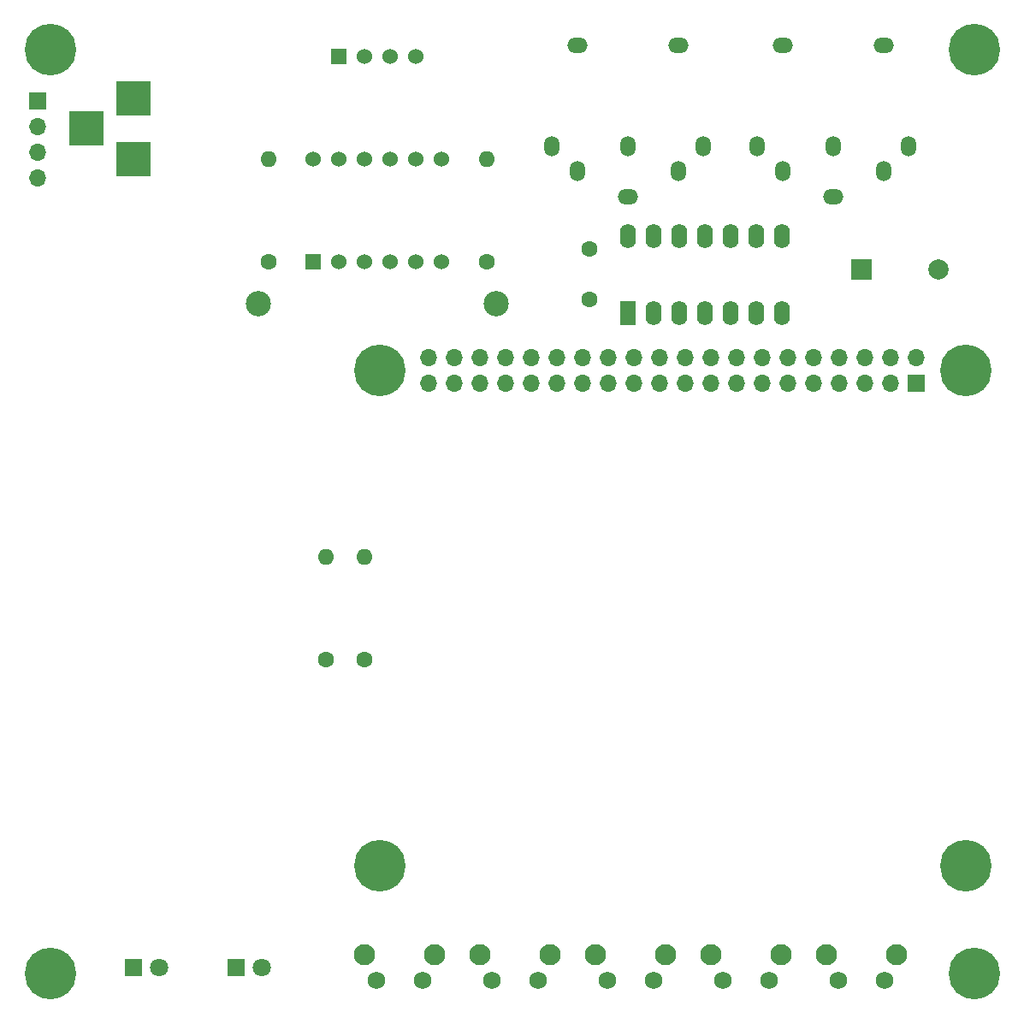
<source format=gbs>
G04 #@! TF.GenerationSoftware,KiCad,Pcbnew,(5.1.8)-1*
G04 #@! TF.CreationDate,2021-01-12T02:12:58+01:00*
G04 #@! TF.ProjectId,C64 Pi1541-II Module,43363420-5069-4313-9534-312d4949204d,rev?*
G04 #@! TF.SameCoordinates,Original*
G04 #@! TF.FileFunction,Soldermask,Bot*
G04 #@! TF.FilePolarity,Negative*
%FSLAX46Y46*%
G04 Gerber Fmt 4.6, Leading zero omitted, Abs format (unit mm)*
G04 Created by KiCad (PCBNEW (5.1.8)-1) date 2021-01-12 02:12:58*
%MOMM*%
%LPD*%
G01*
G04 APERTURE LIST*
%ADD10C,2.500000*%
%ADD11C,1.524000*%
%ADD12R,1.524000X1.524000*%
%ADD13C,1.600000*%
%ADD14O,1.600000X1.600000*%
%ADD15O,1.700000X1.700000*%
%ADD16R,1.700000X1.700000*%
%ADD17C,5.100000*%
%ADD18C,2.100000*%
%ADD19C,1.750000*%
%ADD20C,2.000000*%
%ADD21R,2.000000X2.000000*%
%ADD22R,1.800000X1.800000*%
%ADD23C,1.800000*%
%ADD24O,1.600000X2.400000*%
%ADD25R,1.600000X2.400000*%
%ADD26R,3.500000X3.500000*%
%ADD27O,1.524000X2.000000*%
%ADD28O,2.000000X1.524000*%
G04 APERTURE END LIST*
D10*
X96200000Y-82920000D03*
X119700000Y-82920000D03*
D11*
X111760000Y-58420000D03*
X109220000Y-58420000D03*
X106680000Y-58420000D03*
D12*
X104140000Y-58420000D03*
D13*
X97155000Y-78740000D03*
D14*
X97155000Y-68580000D03*
D15*
X156210000Y-88265000D03*
X158750000Y-90805000D03*
X143510000Y-90805000D03*
X143510000Y-88265000D03*
X158750000Y-88265000D03*
X156210000Y-90805000D03*
X161290000Y-88265000D03*
D16*
X161290000Y-90805000D03*
D15*
X133350000Y-90805000D03*
X133350000Y-88265000D03*
X148590000Y-90805000D03*
X148590000Y-88265000D03*
X128270000Y-90805000D03*
X128270000Y-88265000D03*
X146050000Y-90805000D03*
X146050000Y-88265000D03*
X151130000Y-90805000D03*
X151130000Y-88265000D03*
X138430000Y-90805000D03*
X138430000Y-88265000D03*
X115570000Y-90805000D03*
X115570000Y-88265000D03*
X120650000Y-90805000D03*
X120650000Y-88265000D03*
X118110000Y-90805000D03*
X118110000Y-88265000D03*
X140970000Y-90805000D03*
X140970000Y-88265000D03*
X123190000Y-90805000D03*
X123190000Y-88265000D03*
X153670000Y-90805000D03*
X153670000Y-88265000D03*
X125730000Y-90805000D03*
X125730000Y-88265000D03*
X135890000Y-90805000D03*
X135890000Y-88265000D03*
X130810000Y-90805000D03*
X130810000Y-88265000D03*
X113030000Y-90805000D03*
X113030000Y-88265000D03*
D17*
X166160000Y-89535000D03*
X108160000Y-138535000D03*
X166160000Y-138535000D03*
X108160000Y-89535000D03*
X75565000Y-149225000D03*
X167005000Y-149225000D03*
X167005000Y-57785000D03*
X75565000Y-57785000D03*
D18*
X136505000Y-147370000D03*
D19*
X135255000Y-149860000D03*
X130755000Y-149860000D03*
D18*
X129495000Y-147370000D03*
X147935000Y-147370000D03*
D19*
X146685000Y-149860000D03*
X142185000Y-149860000D03*
D18*
X140925000Y-147370000D03*
X152355000Y-147370000D03*
D19*
X153615000Y-149860000D03*
X158115000Y-149860000D03*
D18*
X159365000Y-147370000D03*
X113645000Y-147370000D03*
D19*
X112395000Y-149860000D03*
X107895000Y-149860000D03*
D18*
X106635000Y-147370000D03*
X118065000Y-147370000D03*
D19*
X119325000Y-149860000D03*
X123825000Y-149860000D03*
D18*
X125075000Y-147370000D03*
D15*
X74295000Y-70485000D03*
X74295000Y-67945000D03*
X74295000Y-65405000D03*
D16*
X74295000Y-62865000D03*
D20*
X163455000Y-79505000D03*
D21*
X155855000Y-79505000D03*
D13*
X128905000Y-82470000D03*
X128905000Y-77470000D03*
D22*
X93980000Y-148590000D03*
D23*
X96520000Y-148590000D03*
X86360000Y-148590000D03*
D22*
X83820000Y-148590000D03*
D24*
X132715000Y-76200000D03*
X147955000Y-83820000D03*
X135255000Y-76200000D03*
X145415000Y-83820000D03*
X137795000Y-76200000D03*
X142875000Y-83820000D03*
X140335000Y-76200000D03*
X140335000Y-83820000D03*
X142875000Y-76200000D03*
X137795000Y-83820000D03*
X145415000Y-76200000D03*
X135255000Y-83820000D03*
X147955000Y-76200000D03*
D25*
X132715000Y-83820000D03*
D12*
X101600000Y-78740000D03*
D11*
X104140000Y-78740000D03*
X106680000Y-78740000D03*
X109220000Y-78740000D03*
X111760000Y-78740000D03*
X114300000Y-78740000D03*
X114300000Y-68580000D03*
X111760000Y-68580000D03*
X109220000Y-68580000D03*
X106680000Y-68580000D03*
X104140000Y-68580000D03*
X101600000Y-68580000D03*
D26*
X79120000Y-65580000D03*
X83820000Y-62580000D03*
X83820000Y-68580000D03*
D27*
X158035000Y-69810000D03*
X148035000Y-69810000D03*
X160535000Y-67310000D03*
X145535000Y-67310000D03*
D28*
X158035000Y-57310000D03*
X148035000Y-57310000D03*
D27*
X153035000Y-67310000D03*
D28*
X153035000Y-72310000D03*
X132715000Y-72310000D03*
D27*
X132715000Y-67310000D03*
D28*
X127715000Y-57310000D03*
X137715000Y-57310000D03*
D27*
X125215000Y-67310000D03*
X140215000Y-67310000D03*
X127715000Y-69810000D03*
X137715000Y-69810000D03*
D14*
X118745000Y-68580000D03*
D13*
X118745000Y-78740000D03*
D14*
X102870000Y-107950000D03*
D13*
X102870000Y-118110000D03*
X106680000Y-118110000D03*
D14*
X106680000Y-107950000D03*
M02*

</source>
